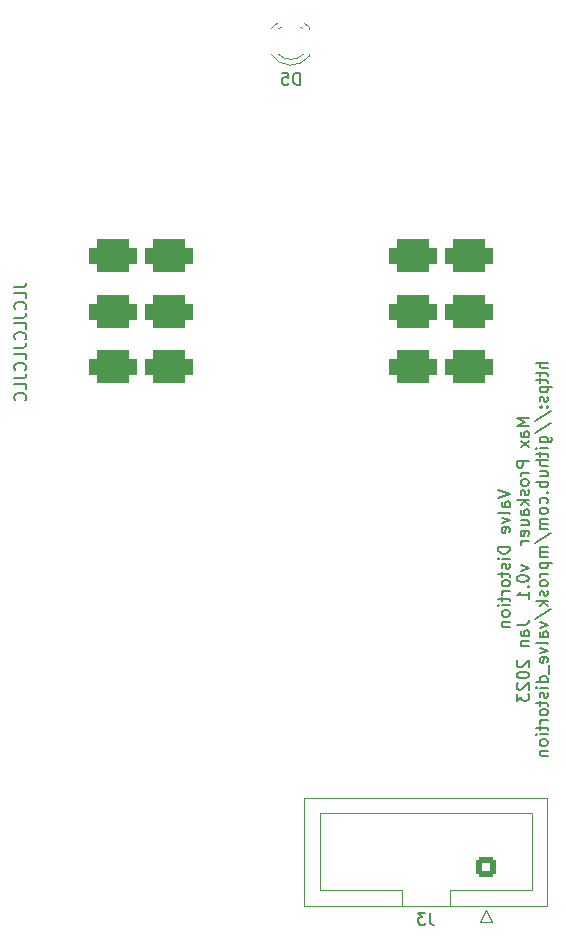
<source format=gbr>
%TF.GenerationSoftware,KiCad,Pcbnew,(6.0.5)*%
%TF.CreationDate,2023-01-21T13:22:40-05:00*%
%TF.ProjectId,valve_distortion,76616c76-655f-4646-9973-746f7274696f,rev?*%
%TF.SameCoordinates,Original*%
%TF.FileFunction,Legend,Bot*%
%TF.FilePolarity,Positive*%
%FSLAX46Y46*%
G04 Gerber Fmt 4.6, Leading zero omitted, Abs format (unit mm)*
G04 Created by KiCad (PCBNEW (6.0.5)) date 2023-01-21 13:22:40*
%MOMM*%
%LPD*%
G01*
G04 APERTURE LIST*
G04 Aperture macros list*
%AMRoundRect*
0 Rectangle with rounded corners*
0 $1 Rounding radius*
0 $2 $3 $4 $5 $6 $7 $8 $9 X,Y pos of 4 corners*
0 Add a 4 corners polygon primitive as box body*
4,1,4,$2,$3,$4,$5,$6,$7,$8,$9,$2,$3,0*
0 Add four circle primitives for the rounded corners*
1,1,$1+$1,$2,$3*
1,1,$1+$1,$4,$5*
1,1,$1+$1,$6,$7*
1,1,$1+$1,$8,$9*
0 Add four rect primitives between the rounded corners*
20,1,$1+$1,$2,$3,$4,$5,0*
20,1,$1+$1,$4,$5,$6,$7,0*
20,1,$1+$1,$6,$7,$8,$9,0*
20,1,$1+$1,$8,$9,$2,$3,0*%
G04 Aperture macros list end*
%ADD10C,0.150000*%
%ADD11C,0.120000*%
%ADD12C,1.600000*%
%ADD13C,1.700000*%
%ADD14RoundRect,0.250000X0.600000X-0.600000X0.600000X0.600000X-0.600000X0.600000X-0.600000X-0.600000X0*%
%ADD15O,1.600000X1.600000*%
%ADD16C,1.440000*%
%ADD17RoundRect,0.698500X-1.333500X-0.698500X1.333500X-0.698500X1.333500X0.698500X-1.333500X0.698500X0*%
%ADD18R,1.600000X1.600000*%
%ADD19C,1.800000*%
%ADD20R,1.800000X1.800000*%
%ADD21O,4.000000X4.000000*%
%ADD22R,1.500000X1.500000*%
%ADD23O,1.500000X1.500000*%
%ADD24R,1.500000X1.050000*%
%ADD25O,1.500000X1.050000*%
%ADD26C,3.000000*%
%ADD27O,3.500000X1.500000*%
%ADD28O,2.000000X2.500000*%
%ADD29O,2.000000X3.500000*%
%ADD30C,2.030000*%
G04 APERTURE END LIST*
D10*
X155172380Y-87400952D02*
X155886666Y-87400952D01*
X156029523Y-87353333D01*
X156124761Y-87258095D01*
X156172380Y-87115238D01*
X156172380Y-87020000D01*
X156172380Y-88353333D02*
X156172380Y-87877142D01*
X155172380Y-87877142D01*
X156077142Y-89258095D02*
X156124761Y-89210476D01*
X156172380Y-89067619D01*
X156172380Y-88972380D01*
X156124761Y-88829523D01*
X156029523Y-88734285D01*
X155934285Y-88686666D01*
X155743809Y-88639047D01*
X155600952Y-88639047D01*
X155410476Y-88686666D01*
X155315238Y-88734285D01*
X155220000Y-88829523D01*
X155172380Y-88972380D01*
X155172380Y-89067619D01*
X155220000Y-89210476D01*
X155267619Y-89258095D01*
X155172380Y-89972380D02*
X155886666Y-89972380D01*
X156029523Y-89924761D01*
X156124761Y-89829523D01*
X156172380Y-89686666D01*
X156172380Y-89591428D01*
X156172380Y-90924761D02*
X156172380Y-90448571D01*
X155172380Y-90448571D01*
X156077142Y-91829523D02*
X156124761Y-91781904D01*
X156172380Y-91639047D01*
X156172380Y-91543809D01*
X156124761Y-91400952D01*
X156029523Y-91305714D01*
X155934285Y-91258095D01*
X155743809Y-91210476D01*
X155600952Y-91210476D01*
X155410476Y-91258095D01*
X155315238Y-91305714D01*
X155220000Y-91400952D01*
X155172380Y-91543809D01*
X155172380Y-91639047D01*
X155220000Y-91781904D01*
X155267619Y-91829523D01*
X155172380Y-92543809D02*
X155886666Y-92543809D01*
X156029523Y-92496190D01*
X156124761Y-92400952D01*
X156172380Y-92258095D01*
X156172380Y-92162857D01*
X156172380Y-93496190D02*
X156172380Y-93020000D01*
X155172380Y-93020000D01*
X156077142Y-94400952D02*
X156124761Y-94353333D01*
X156172380Y-94210476D01*
X156172380Y-94115238D01*
X156124761Y-93972380D01*
X156029523Y-93877142D01*
X155934285Y-93829523D01*
X155743809Y-93781904D01*
X155600952Y-93781904D01*
X155410476Y-93829523D01*
X155315238Y-93877142D01*
X155220000Y-93972380D01*
X155172380Y-94115238D01*
X155172380Y-94210476D01*
X155220000Y-94353333D01*
X155267619Y-94400952D01*
X155172380Y-95115238D02*
X155886666Y-95115238D01*
X156029523Y-95067619D01*
X156124761Y-94972380D01*
X156172380Y-94829523D01*
X156172380Y-94734285D01*
X156172380Y-96067619D02*
X156172380Y-95591428D01*
X155172380Y-95591428D01*
X156077142Y-96972380D02*
X156124761Y-96924761D01*
X156172380Y-96781904D01*
X156172380Y-96686666D01*
X156124761Y-96543809D01*
X156029523Y-96448571D01*
X155934285Y-96400952D01*
X155743809Y-96353333D01*
X155600952Y-96353333D01*
X155410476Y-96400952D01*
X155315238Y-96448571D01*
X155220000Y-96543809D01*
X155172380Y-96686666D01*
X155172380Y-96781904D01*
X155220000Y-96924761D01*
X155267619Y-96972380D01*
X196107380Y-104577857D02*
X197107380Y-104911190D01*
X196107380Y-105244523D01*
X197107380Y-106006428D02*
X196583571Y-106006428D01*
X196488333Y-105958809D01*
X196440714Y-105863571D01*
X196440714Y-105673095D01*
X196488333Y-105577857D01*
X197059761Y-106006428D02*
X197107380Y-105911190D01*
X197107380Y-105673095D01*
X197059761Y-105577857D01*
X196964523Y-105530238D01*
X196869285Y-105530238D01*
X196774047Y-105577857D01*
X196726428Y-105673095D01*
X196726428Y-105911190D01*
X196678809Y-106006428D01*
X197107380Y-106625476D02*
X197059761Y-106530238D01*
X196964523Y-106482619D01*
X196107380Y-106482619D01*
X196440714Y-106911190D02*
X197107380Y-107149285D01*
X196440714Y-107387380D01*
X197059761Y-108149285D02*
X197107380Y-108054047D01*
X197107380Y-107863571D01*
X197059761Y-107768333D01*
X196964523Y-107720714D01*
X196583571Y-107720714D01*
X196488333Y-107768333D01*
X196440714Y-107863571D01*
X196440714Y-108054047D01*
X196488333Y-108149285D01*
X196583571Y-108196904D01*
X196678809Y-108196904D01*
X196774047Y-107720714D01*
X197107380Y-109387380D02*
X196107380Y-109387380D01*
X196107380Y-109625476D01*
X196155000Y-109768333D01*
X196250238Y-109863571D01*
X196345476Y-109911190D01*
X196535952Y-109958809D01*
X196678809Y-109958809D01*
X196869285Y-109911190D01*
X196964523Y-109863571D01*
X197059761Y-109768333D01*
X197107380Y-109625476D01*
X197107380Y-109387380D01*
X197107380Y-110387380D02*
X196440714Y-110387380D01*
X196107380Y-110387380D02*
X196155000Y-110339761D01*
X196202619Y-110387380D01*
X196155000Y-110435000D01*
X196107380Y-110387380D01*
X196202619Y-110387380D01*
X197059761Y-110815952D02*
X197107380Y-110911190D01*
X197107380Y-111101666D01*
X197059761Y-111196904D01*
X196964523Y-111244523D01*
X196916904Y-111244523D01*
X196821666Y-111196904D01*
X196774047Y-111101666D01*
X196774047Y-110958809D01*
X196726428Y-110863571D01*
X196631190Y-110815952D01*
X196583571Y-110815952D01*
X196488333Y-110863571D01*
X196440714Y-110958809D01*
X196440714Y-111101666D01*
X196488333Y-111196904D01*
X196440714Y-111530238D02*
X196440714Y-111911190D01*
X196107380Y-111673095D02*
X196964523Y-111673095D01*
X197059761Y-111720714D01*
X197107380Y-111815952D01*
X197107380Y-111911190D01*
X197107380Y-112387380D02*
X197059761Y-112292142D01*
X197012142Y-112244523D01*
X196916904Y-112196904D01*
X196631190Y-112196904D01*
X196535952Y-112244523D01*
X196488333Y-112292142D01*
X196440714Y-112387380D01*
X196440714Y-112530238D01*
X196488333Y-112625476D01*
X196535952Y-112673095D01*
X196631190Y-112720714D01*
X196916904Y-112720714D01*
X197012142Y-112673095D01*
X197059761Y-112625476D01*
X197107380Y-112530238D01*
X197107380Y-112387380D01*
X197107380Y-113149285D02*
X196440714Y-113149285D01*
X196631190Y-113149285D02*
X196535952Y-113196904D01*
X196488333Y-113244523D01*
X196440714Y-113339761D01*
X196440714Y-113435000D01*
X196440714Y-113625476D02*
X196440714Y-114006428D01*
X196107380Y-113768333D02*
X196964523Y-113768333D01*
X197059761Y-113815952D01*
X197107380Y-113911190D01*
X197107380Y-114006428D01*
X197107380Y-114339761D02*
X196440714Y-114339761D01*
X196107380Y-114339761D02*
X196155000Y-114292142D01*
X196202619Y-114339761D01*
X196155000Y-114387380D01*
X196107380Y-114339761D01*
X196202619Y-114339761D01*
X197107380Y-114958809D02*
X197059761Y-114863571D01*
X197012142Y-114815952D01*
X196916904Y-114768333D01*
X196631190Y-114768333D01*
X196535952Y-114815952D01*
X196488333Y-114863571D01*
X196440714Y-114958809D01*
X196440714Y-115101666D01*
X196488333Y-115196904D01*
X196535952Y-115244523D01*
X196631190Y-115292142D01*
X196916904Y-115292142D01*
X197012142Y-115244523D01*
X197059761Y-115196904D01*
X197107380Y-115101666D01*
X197107380Y-114958809D01*
X196440714Y-115720714D02*
X197107380Y-115720714D01*
X196535952Y-115720714D02*
X196488333Y-115768333D01*
X196440714Y-115863571D01*
X196440714Y-116006428D01*
X196488333Y-116101666D01*
X196583571Y-116149285D01*
X197107380Y-116149285D01*
X198717380Y-98482619D02*
X197717380Y-98482619D01*
X198431666Y-98815952D01*
X197717380Y-99149285D01*
X198717380Y-99149285D01*
X198717380Y-100054047D02*
X198193571Y-100054047D01*
X198098333Y-100006428D01*
X198050714Y-99911190D01*
X198050714Y-99720714D01*
X198098333Y-99625476D01*
X198669761Y-100054047D02*
X198717380Y-99958809D01*
X198717380Y-99720714D01*
X198669761Y-99625476D01*
X198574523Y-99577857D01*
X198479285Y-99577857D01*
X198384047Y-99625476D01*
X198336428Y-99720714D01*
X198336428Y-99958809D01*
X198288809Y-100054047D01*
X198717380Y-100434999D02*
X198050714Y-100958809D01*
X198050714Y-100434999D02*
X198717380Y-100958809D01*
X198717380Y-102101666D02*
X197717380Y-102101666D01*
X197717380Y-102482619D01*
X197765000Y-102577857D01*
X197812619Y-102625476D01*
X197907857Y-102673095D01*
X198050714Y-102673095D01*
X198145952Y-102625476D01*
X198193571Y-102577857D01*
X198241190Y-102482619D01*
X198241190Y-102101666D01*
X198717380Y-103101666D02*
X198050714Y-103101666D01*
X198241190Y-103101666D02*
X198145952Y-103149285D01*
X198098333Y-103196904D01*
X198050714Y-103292142D01*
X198050714Y-103387380D01*
X198717380Y-103863571D02*
X198669761Y-103768333D01*
X198622142Y-103720714D01*
X198526904Y-103673095D01*
X198241190Y-103673095D01*
X198145952Y-103720714D01*
X198098333Y-103768333D01*
X198050714Y-103863571D01*
X198050714Y-104006428D01*
X198098333Y-104101666D01*
X198145952Y-104149285D01*
X198241190Y-104196904D01*
X198526904Y-104196904D01*
X198622142Y-104149285D01*
X198669761Y-104101666D01*
X198717380Y-104006428D01*
X198717380Y-103863571D01*
X198669761Y-104577857D02*
X198717380Y-104673095D01*
X198717380Y-104863571D01*
X198669761Y-104958809D01*
X198574523Y-105006428D01*
X198526904Y-105006428D01*
X198431666Y-104958809D01*
X198384047Y-104863571D01*
X198384047Y-104720714D01*
X198336428Y-104625476D01*
X198241190Y-104577857D01*
X198193571Y-104577857D01*
X198098333Y-104625476D01*
X198050714Y-104720714D01*
X198050714Y-104863571D01*
X198098333Y-104958809D01*
X198717380Y-105434999D02*
X197717380Y-105434999D01*
X198336428Y-105530238D02*
X198717380Y-105815952D01*
X198050714Y-105815952D02*
X198431666Y-105434999D01*
X198717380Y-106673095D02*
X198193571Y-106673095D01*
X198098333Y-106625476D01*
X198050714Y-106530238D01*
X198050714Y-106339761D01*
X198098333Y-106244523D01*
X198669761Y-106673095D02*
X198717380Y-106577857D01*
X198717380Y-106339761D01*
X198669761Y-106244523D01*
X198574523Y-106196904D01*
X198479285Y-106196904D01*
X198384047Y-106244523D01*
X198336428Y-106339761D01*
X198336428Y-106577857D01*
X198288809Y-106673095D01*
X198050714Y-107577857D02*
X198717380Y-107577857D01*
X198050714Y-107149285D02*
X198574523Y-107149285D01*
X198669761Y-107196904D01*
X198717380Y-107292142D01*
X198717380Y-107434999D01*
X198669761Y-107530238D01*
X198622142Y-107577857D01*
X198669761Y-108434999D02*
X198717380Y-108339761D01*
X198717380Y-108149285D01*
X198669761Y-108054047D01*
X198574523Y-108006428D01*
X198193571Y-108006428D01*
X198098333Y-108054047D01*
X198050714Y-108149285D01*
X198050714Y-108339761D01*
X198098333Y-108434999D01*
X198193571Y-108482619D01*
X198288809Y-108482619D01*
X198384047Y-108006428D01*
X198717380Y-108911190D02*
X198050714Y-108911190D01*
X198241190Y-108911190D02*
X198145952Y-108958809D01*
X198098333Y-109006428D01*
X198050714Y-109101666D01*
X198050714Y-109196904D01*
X198050714Y-110958809D02*
X198717380Y-111196904D01*
X198050714Y-111434999D01*
X197717380Y-112006428D02*
X197717380Y-112101666D01*
X197765000Y-112196904D01*
X197812619Y-112244523D01*
X197907857Y-112292142D01*
X198098333Y-112339761D01*
X198336428Y-112339761D01*
X198526904Y-112292142D01*
X198622142Y-112244523D01*
X198669761Y-112196904D01*
X198717380Y-112101666D01*
X198717380Y-112006428D01*
X198669761Y-111911190D01*
X198622142Y-111863571D01*
X198526904Y-111815952D01*
X198336428Y-111768333D01*
X198098333Y-111768333D01*
X197907857Y-111815952D01*
X197812619Y-111863571D01*
X197765000Y-111911190D01*
X197717380Y-112006428D01*
X198622142Y-112768333D02*
X198669761Y-112815952D01*
X198717380Y-112768333D01*
X198669761Y-112720714D01*
X198622142Y-112768333D01*
X198717380Y-112768333D01*
X198717380Y-113768333D02*
X198717380Y-113196904D01*
X198717380Y-113482619D02*
X197717380Y-113482619D01*
X197860238Y-113387380D01*
X197955476Y-113292142D01*
X198003095Y-113196904D01*
X197717380Y-116006428D02*
X198431666Y-116006428D01*
X198574523Y-115958809D01*
X198669761Y-115863571D01*
X198717380Y-115720714D01*
X198717380Y-115625476D01*
X198717380Y-116911190D02*
X198193571Y-116911190D01*
X198098333Y-116863571D01*
X198050714Y-116768333D01*
X198050714Y-116577857D01*
X198098333Y-116482619D01*
X198669761Y-116911190D02*
X198717380Y-116815952D01*
X198717380Y-116577857D01*
X198669761Y-116482619D01*
X198574523Y-116434999D01*
X198479285Y-116434999D01*
X198384047Y-116482619D01*
X198336428Y-116577857D01*
X198336428Y-116815952D01*
X198288809Y-116911190D01*
X198050714Y-117387380D02*
X198717380Y-117387380D01*
X198145952Y-117387380D02*
X198098333Y-117434999D01*
X198050714Y-117530238D01*
X198050714Y-117673095D01*
X198098333Y-117768333D01*
X198193571Y-117815952D01*
X198717380Y-117815952D01*
X197812619Y-119006428D02*
X197765000Y-119054047D01*
X197717380Y-119149285D01*
X197717380Y-119387380D01*
X197765000Y-119482619D01*
X197812619Y-119530238D01*
X197907857Y-119577857D01*
X198003095Y-119577857D01*
X198145952Y-119530238D01*
X198717380Y-118958809D01*
X198717380Y-119577857D01*
X197717380Y-120196904D02*
X197717380Y-120292142D01*
X197765000Y-120387380D01*
X197812619Y-120434999D01*
X197907857Y-120482619D01*
X198098333Y-120530238D01*
X198336428Y-120530238D01*
X198526904Y-120482619D01*
X198622142Y-120434999D01*
X198669761Y-120387380D01*
X198717380Y-120292142D01*
X198717380Y-120196904D01*
X198669761Y-120101666D01*
X198622142Y-120054047D01*
X198526904Y-120006428D01*
X198336428Y-119958809D01*
X198098333Y-119958809D01*
X197907857Y-120006428D01*
X197812619Y-120054047D01*
X197765000Y-120101666D01*
X197717380Y-120196904D01*
X197812619Y-120911190D02*
X197765000Y-120958809D01*
X197717380Y-121054047D01*
X197717380Y-121292142D01*
X197765000Y-121387380D01*
X197812619Y-121434999D01*
X197907857Y-121482619D01*
X198003095Y-121482619D01*
X198145952Y-121434999D01*
X198717380Y-120863571D01*
X198717380Y-121482619D01*
X197717380Y-121815952D02*
X197717380Y-122434999D01*
X198098333Y-122101666D01*
X198098333Y-122244523D01*
X198145952Y-122339761D01*
X198193571Y-122387380D01*
X198288809Y-122434999D01*
X198526904Y-122434999D01*
X198622142Y-122387380D01*
X198669761Y-122339761D01*
X198717380Y-122244523D01*
X198717380Y-121958809D01*
X198669761Y-121863571D01*
X198622142Y-121815952D01*
X200327380Y-93792142D02*
X199327380Y-93792142D01*
X200327380Y-94220714D02*
X199803571Y-94220714D01*
X199708333Y-94173095D01*
X199660714Y-94077857D01*
X199660714Y-93935000D01*
X199708333Y-93839761D01*
X199755952Y-93792142D01*
X199660714Y-94554047D02*
X199660714Y-94935000D01*
X199327380Y-94696904D02*
X200184523Y-94696904D01*
X200279761Y-94744523D01*
X200327380Y-94839761D01*
X200327380Y-94935000D01*
X199660714Y-95125476D02*
X199660714Y-95506428D01*
X199327380Y-95268333D02*
X200184523Y-95268333D01*
X200279761Y-95315952D01*
X200327380Y-95411190D01*
X200327380Y-95506428D01*
X199660714Y-95839761D02*
X200660714Y-95839761D01*
X199708333Y-95839761D02*
X199660714Y-95935000D01*
X199660714Y-96125476D01*
X199708333Y-96220714D01*
X199755952Y-96268333D01*
X199851190Y-96315952D01*
X200136904Y-96315952D01*
X200232142Y-96268333D01*
X200279761Y-96220714D01*
X200327380Y-96125476D01*
X200327380Y-95935000D01*
X200279761Y-95839761D01*
X200279761Y-96696904D02*
X200327380Y-96792142D01*
X200327380Y-96982619D01*
X200279761Y-97077857D01*
X200184523Y-97125476D01*
X200136904Y-97125476D01*
X200041666Y-97077857D01*
X199994047Y-96982619D01*
X199994047Y-96839761D01*
X199946428Y-96744523D01*
X199851190Y-96696904D01*
X199803571Y-96696904D01*
X199708333Y-96744523D01*
X199660714Y-96839761D01*
X199660714Y-96982619D01*
X199708333Y-97077857D01*
X200232142Y-97554047D02*
X200279761Y-97601666D01*
X200327380Y-97554047D01*
X200279761Y-97506428D01*
X200232142Y-97554047D01*
X200327380Y-97554047D01*
X199708333Y-97554047D02*
X199755952Y-97601666D01*
X199803571Y-97554047D01*
X199755952Y-97506428D01*
X199708333Y-97554047D01*
X199803571Y-97554047D01*
X199279761Y-98744523D02*
X200565476Y-97887380D01*
X199279761Y-99792142D02*
X200565476Y-98935000D01*
X199660714Y-100554047D02*
X200470238Y-100554047D01*
X200565476Y-100506428D01*
X200613095Y-100458809D01*
X200660714Y-100363571D01*
X200660714Y-100220714D01*
X200613095Y-100125476D01*
X200279761Y-100554047D02*
X200327380Y-100458809D01*
X200327380Y-100268333D01*
X200279761Y-100173095D01*
X200232142Y-100125476D01*
X200136904Y-100077857D01*
X199851190Y-100077857D01*
X199755952Y-100125476D01*
X199708333Y-100173095D01*
X199660714Y-100268333D01*
X199660714Y-100458809D01*
X199708333Y-100554047D01*
X200327380Y-101030238D02*
X199660714Y-101030238D01*
X199327380Y-101030238D02*
X199375000Y-100982619D01*
X199422619Y-101030238D01*
X199375000Y-101077857D01*
X199327380Y-101030238D01*
X199422619Y-101030238D01*
X199660714Y-101363571D02*
X199660714Y-101744523D01*
X199327380Y-101506428D02*
X200184523Y-101506428D01*
X200279761Y-101554047D01*
X200327380Y-101649285D01*
X200327380Y-101744523D01*
X200327380Y-102077857D02*
X199327380Y-102077857D01*
X200327380Y-102506428D02*
X199803571Y-102506428D01*
X199708333Y-102458809D01*
X199660714Y-102363571D01*
X199660714Y-102220714D01*
X199708333Y-102125476D01*
X199755952Y-102077857D01*
X199660714Y-103411190D02*
X200327380Y-103411190D01*
X199660714Y-102982619D02*
X200184523Y-102982619D01*
X200279761Y-103030238D01*
X200327380Y-103125476D01*
X200327380Y-103268333D01*
X200279761Y-103363571D01*
X200232142Y-103411190D01*
X200327380Y-103887380D02*
X199327380Y-103887380D01*
X199708333Y-103887380D02*
X199660714Y-103982619D01*
X199660714Y-104173095D01*
X199708333Y-104268333D01*
X199755952Y-104315952D01*
X199851190Y-104363571D01*
X200136904Y-104363571D01*
X200232142Y-104315952D01*
X200279761Y-104268333D01*
X200327380Y-104173095D01*
X200327380Y-103982619D01*
X200279761Y-103887380D01*
X200232142Y-104792142D02*
X200279761Y-104839761D01*
X200327380Y-104792142D01*
X200279761Y-104744523D01*
X200232142Y-104792142D01*
X200327380Y-104792142D01*
X200279761Y-105696904D02*
X200327380Y-105601666D01*
X200327380Y-105411190D01*
X200279761Y-105315952D01*
X200232142Y-105268333D01*
X200136904Y-105220714D01*
X199851190Y-105220714D01*
X199755952Y-105268333D01*
X199708333Y-105315952D01*
X199660714Y-105411190D01*
X199660714Y-105601666D01*
X199708333Y-105696904D01*
X200327380Y-106268333D02*
X200279761Y-106173095D01*
X200232142Y-106125476D01*
X200136904Y-106077857D01*
X199851190Y-106077857D01*
X199755952Y-106125476D01*
X199708333Y-106173095D01*
X199660714Y-106268333D01*
X199660714Y-106411190D01*
X199708333Y-106506428D01*
X199755952Y-106554047D01*
X199851190Y-106601666D01*
X200136904Y-106601666D01*
X200232142Y-106554047D01*
X200279761Y-106506428D01*
X200327380Y-106411190D01*
X200327380Y-106268333D01*
X200327380Y-107030238D02*
X199660714Y-107030238D01*
X199755952Y-107030238D02*
X199708333Y-107077857D01*
X199660714Y-107173095D01*
X199660714Y-107315952D01*
X199708333Y-107411190D01*
X199803571Y-107458809D01*
X200327380Y-107458809D01*
X199803571Y-107458809D02*
X199708333Y-107506428D01*
X199660714Y-107601666D01*
X199660714Y-107744523D01*
X199708333Y-107839761D01*
X199803571Y-107887380D01*
X200327380Y-107887380D01*
X199279761Y-109077857D02*
X200565476Y-108220714D01*
X200327380Y-109411190D02*
X199660714Y-109411190D01*
X199755952Y-109411190D02*
X199708333Y-109458809D01*
X199660714Y-109554047D01*
X199660714Y-109696904D01*
X199708333Y-109792142D01*
X199803571Y-109839761D01*
X200327380Y-109839761D01*
X199803571Y-109839761D02*
X199708333Y-109887380D01*
X199660714Y-109982619D01*
X199660714Y-110125476D01*
X199708333Y-110220714D01*
X199803571Y-110268333D01*
X200327380Y-110268333D01*
X199660714Y-110744523D02*
X200660714Y-110744523D01*
X199708333Y-110744523D02*
X199660714Y-110839761D01*
X199660714Y-111030238D01*
X199708333Y-111125476D01*
X199755952Y-111173095D01*
X199851190Y-111220714D01*
X200136904Y-111220714D01*
X200232142Y-111173095D01*
X200279761Y-111125476D01*
X200327380Y-111030238D01*
X200327380Y-110839761D01*
X200279761Y-110744523D01*
X200327380Y-111649285D02*
X199660714Y-111649285D01*
X199851190Y-111649285D02*
X199755952Y-111696904D01*
X199708333Y-111744523D01*
X199660714Y-111839761D01*
X199660714Y-111935000D01*
X200327380Y-112411190D02*
X200279761Y-112315952D01*
X200232142Y-112268333D01*
X200136904Y-112220714D01*
X199851190Y-112220714D01*
X199755952Y-112268333D01*
X199708333Y-112315952D01*
X199660714Y-112411190D01*
X199660714Y-112554047D01*
X199708333Y-112649285D01*
X199755952Y-112696904D01*
X199851190Y-112744523D01*
X200136904Y-112744523D01*
X200232142Y-112696904D01*
X200279761Y-112649285D01*
X200327380Y-112554047D01*
X200327380Y-112411190D01*
X200279761Y-113125476D02*
X200327380Y-113220714D01*
X200327380Y-113411190D01*
X200279761Y-113506428D01*
X200184523Y-113554047D01*
X200136904Y-113554047D01*
X200041666Y-113506428D01*
X199994047Y-113411190D01*
X199994047Y-113268333D01*
X199946428Y-113173095D01*
X199851190Y-113125476D01*
X199803571Y-113125476D01*
X199708333Y-113173095D01*
X199660714Y-113268333D01*
X199660714Y-113411190D01*
X199708333Y-113506428D01*
X200327380Y-113982619D02*
X199327380Y-113982619D01*
X199946428Y-114077857D02*
X200327380Y-114363571D01*
X199660714Y-114363571D02*
X200041666Y-113982619D01*
X199279761Y-115506428D02*
X200565476Y-114649285D01*
X199660714Y-115744523D02*
X200327380Y-115982619D01*
X199660714Y-116220714D01*
X200327380Y-117030238D02*
X199803571Y-117030238D01*
X199708333Y-116982619D01*
X199660714Y-116887380D01*
X199660714Y-116696904D01*
X199708333Y-116601666D01*
X200279761Y-117030238D02*
X200327380Y-116935000D01*
X200327380Y-116696904D01*
X200279761Y-116601666D01*
X200184523Y-116554047D01*
X200089285Y-116554047D01*
X199994047Y-116601666D01*
X199946428Y-116696904D01*
X199946428Y-116935000D01*
X199898809Y-117030238D01*
X200327380Y-117649285D02*
X200279761Y-117554047D01*
X200184523Y-117506428D01*
X199327380Y-117506428D01*
X199660714Y-117935000D02*
X200327380Y-118173095D01*
X199660714Y-118411190D01*
X200279761Y-119173095D02*
X200327380Y-119077857D01*
X200327380Y-118887380D01*
X200279761Y-118792142D01*
X200184523Y-118744523D01*
X199803571Y-118744523D01*
X199708333Y-118792142D01*
X199660714Y-118887380D01*
X199660714Y-119077857D01*
X199708333Y-119173095D01*
X199803571Y-119220714D01*
X199898809Y-119220714D01*
X199994047Y-118744523D01*
X200422619Y-119411190D02*
X200422619Y-120173095D01*
X200327380Y-120839761D02*
X199327380Y-120839761D01*
X200279761Y-120839761D02*
X200327380Y-120744523D01*
X200327380Y-120554047D01*
X200279761Y-120458809D01*
X200232142Y-120411190D01*
X200136904Y-120363571D01*
X199851190Y-120363571D01*
X199755952Y-120411190D01*
X199708333Y-120458809D01*
X199660714Y-120554047D01*
X199660714Y-120744523D01*
X199708333Y-120839761D01*
X200327380Y-121315952D02*
X199660714Y-121315952D01*
X199327380Y-121315952D02*
X199375000Y-121268333D01*
X199422619Y-121315952D01*
X199375000Y-121363571D01*
X199327380Y-121315952D01*
X199422619Y-121315952D01*
X200279761Y-121744523D02*
X200327380Y-121839761D01*
X200327380Y-122030238D01*
X200279761Y-122125476D01*
X200184523Y-122173095D01*
X200136904Y-122173095D01*
X200041666Y-122125476D01*
X199994047Y-122030238D01*
X199994047Y-121887380D01*
X199946428Y-121792142D01*
X199851190Y-121744523D01*
X199803571Y-121744523D01*
X199708333Y-121792142D01*
X199660714Y-121887380D01*
X199660714Y-122030238D01*
X199708333Y-122125476D01*
X199660714Y-122458809D02*
X199660714Y-122839761D01*
X199327380Y-122601666D02*
X200184523Y-122601666D01*
X200279761Y-122649285D01*
X200327380Y-122744523D01*
X200327380Y-122839761D01*
X200327380Y-123315952D02*
X200279761Y-123220714D01*
X200232142Y-123173095D01*
X200136904Y-123125476D01*
X199851190Y-123125476D01*
X199755952Y-123173095D01*
X199708333Y-123220714D01*
X199660714Y-123315952D01*
X199660714Y-123458809D01*
X199708333Y-123554047D01*
X199755952Y-123601666D01*
X199851190Y-123649285D01*
X200136904Y-123649285D01*
X200232142Y-123601666D01*
X200279761Y-123554047D01*
X200327380Y-123458809D01*
X200327380Y-123315952D01*
X200327380Y-124077857D02*
X199660714Y-124077857D01*
X199851190Y-124077857D02*
X199755952Y-124125476D01*
X199708333Y-124173095D01*
X199660714Y-124268333D01*
X199660714Y-124363571D01*
X199660714Y-124554047D02*
X199660714Y-124935000D01*
X199327380Y-124696904D02*
X200184523Y-124696904D01*
X200279761Y-124744523D01*
X200327380Y-124839761D01*
X200327380Y-124935000D01*
X200327380Y-125268333D02*
X199660714Y-125268333D01*
X199327380Y-125268333D02*
X199375000Y-125220714D01*
X199422619Y-125268333D01*
X199375000Y-125315952D01*
X199327380Y-125268333D01*
X199422619Y-125268333D01*
X200327380Y-125887380D02*
X200279761Y-125792142D01*
X200232142Y-125744523D01*
X200136904Y-125696904D01*
X199851190Y-125696904D01*
X199755952Y-125744523D01*
X199708333Y-125792142D01*
X199660714Y-125887380D01*
X199660714Y-126030238D01*
X199708333Y-126125476D01*
X199755952Y-126173095D01*
X199851190Y-126220714D01*
X200136904Y-126220714D01*
X200232142Y-126173095D01*
X200279761Y-126125476D01*
X200327380Y-126030238D01*
X200327380Y-125887380D01*
X199660714Y-126649285D02*
X200327380Y-126649285D01*
X199755952Y-126649285D02*
X199708333Y-126696904D01*
X199660714Y-126792142D01*
X199660714Y-126935000D01*
X199708333Y-127030238D01*
X199803571Y-127077857D01*
X200327380Y-127077857D01*
%TO.C,J3*%
X190343333Y-140367380D02*
X190343333Y-141081666D01*
X190390952Y-141224523D01*
X190486190Y-141319761D01*
X190629047Y-141367380D01*
X190724285Y-141367380D01*
X189962380Y-140367380D02*
X189343333Y-140367380D01*
X189676666Y-140748333D01*
X189533809Y-140748333D01*
X189438571Y-140795952D01*
X189390952Y-140843571D01*
X189343333Y-140938809D01*
X189343333Y-141176904D01*
X189390952Y-141272142D01*
X189438571Y-141319761D01*
X189533809Y-141367380D01*
X189819523Y-141367380D01*
X189914761Y-141319761D01*
X189962380Y-141272142D01*
%TO.C,D5*%
X179318095Y-70247380D02*
X179318095Y-69247380D01*
X179080000Y-69247380D01*
X178937142Y-69295000D01*
X178841904Y-69390238D01*
X178794285Y-69485476D01*
X178746666Y-69675952D01*
X178746666Y-69818809D01*
X178794285Y-70009285D01*
X178841904Y-70104523D01*
X178937142Y-70199761D01*
X179080000Y-70247380D01*
X179318095Y-70247380D01*
X177841904Y-69247380D02*
X178318095Y-69247380D01*
X178365714Y-69723571D01*
X178318095Y-69675952D01*
X178222857Y-69628333D01*
X177984761Y-69628333D01*
X177889523Y-69675952D01*
X177841904Y-69723571D01*
X177794285Y-69818809D01*
X177794285Y-70056904D01*
X177841904Y-70152142D01*
X177889523Y-70199761D01*
X177984761Y-70247380D01*
X178222857Y-70247380D01*
X178318095Y-70199761D01*
X178365714Y-70152142D01*
D11*
%TO.C,J3*%
X199000000Y-138450000D02*
X199000000Y-131950000D01*
X200300000Y-139760000D02*
X200300000Y-130640000D01*
X192060000Y-139760000D02*
X192060000Y-138450000D01*
X192060000Y-138450000D02*
X199000000Y-138450000D01*
X187960000Y-138450000D02*
X187960000Y-138450000D01*
X200300000Y-130640000D02*
X179720000Y-130640000D01*
X179720000Y-130640000D02*
X179720000Y-139760000D01*
X195090000Y-140150000D02*
X195590000Y-141150000D01*
X179720000Y-139760000D02*
X200300000Y-139760000D01*
X195590000Y-141150000D02*
X194590000Y-141150000D01*
X181020000Y-131950000D02*
X181020000Y-138450000D01*
X181020000Y-138450000D02*
X187960000Y-138450000D01*
X187960000Y-138450000D02*
X187960000Y-139760000D01*
X199000000Y-131950000D02*
X181020000Y-131950000D01*
X194590000Y-141150000D02*
X195090000Y-140150000D01*
%TO.C,D5*%
X180140000Y-67700000D02*
X180140000Y-67856000D01*
X180140000Y-65384000D02*
X180140000Y-65540000D01*
X180140000Y-65384484D02*
G75*
G03*
X176907665Y-65541392I-1560000J-1235516D01*
G01*
X176907665Y-67698608D02*
G75*
G03*
X180140000Y-67855516I1672335J1078608D01*
G01*
X179620961Y-65540000D02*
G75*
G03*
X177538870Y-65540163I-1040961J-1080000D01*
G01*
X177538870Y-67699837D02*
G75*
G03*
X179620961Y-67700000I1041130J1079837D01*
G01*
%TD*%
%LPC*%
D12*
%TO.C,C13*%
X169690000Y-117380000D03*
X169690000Y-114880000D03*
%TD*%
%TO.C,C11*%
X168430000Y-69160000D03*
X168430000Y-71660000D03*
%TD*%
%TO.C,C9*%
X191280000Y-66620000D03*
X193780000Y-66620000D03*
%TD*%
%TO.C,C8*%
X191280000Y-64080000D03*
X193780000Y-64080000D03*
%TD*%
%TO.C,C7*%
X191200000Y-61540000D03*
X191200000Y-59040000D03*
%TD*%
%TO.C,C6*%
X170960000Y-74240000D03*
X170960000Y-76740000D03*
%TD*%
%TO.C,C5*%
X172230000Y-51380000D03*
X169730000Y-51380000D03*
%TD*%
%TO.C,C4*%
X168420000Y-56460000D03*
X165920000Y-56460000D03*
%TD*%
%TO.C,C3*%
X167150000Y-59000000D03*
X164650000Y-59000000D03*
%TD*%
D13*
%TO.C,J3*%
X184930000Y-133930000D03*
X184930000Y-136470000D03*
X187470000Y-133930000D03*
X187470000Y-136470000D03*
X190010000Y-133930000D03*
X190010000Y-136470000D03*
X192550000Y-133930000D03*
X192550000Y-136470000D03*
X195090000Y-133930000D03*
D14*
X195090000Y-136470000D03*
%TD*%
D12*
%TO.C,R15*%
X172230000Y-104720000D03*
D15*
X172230000Y-114880000D03*
%TD*%
D16*
%TO.C,RV3*%
X190010000Y-104720000D03*
X190010000Y-102180000D03*
X190010000Y-99640000D03*
%TD*%
D17*
%TO.C,SW2*%
X188930500Y-84781000D03*
X188930500Y-89480000D03*
X188930500Y-94179000D03*
X193629500Y-84781000D03*
X193629500Y-89480000D03*
X193629500Y-94179000D03*
%TD*%
%TO.C,SW1*%
X163530500Y-84781000D03*
X163530500Y-89480000D03*
X163530500Y-94179000D03*
X168229500Y-84781000D03*
X168229500Y-89480000D03*
X168229500Y-94179000D03*
%TD*%
D18*
%TO.C,U1*%
X158270000Y-66630000D03*
D15*
X158270000Y-69170000D03*
X158270000Y-71710000D03*
X158270000Y-74250000D03*
X165890000Y-74250000D03*
X165890000Y-71710000D03*
X165890000Y-69170000D03*
X165890000Y-66630000D03*
%TD*%
D19*
%TO.C,RV2*%
X176080000Y-112460000D03*
X178580000Y-112460000D03*
D20*
X181080000Y-112460000D03*
D21*
X173830000Y-119960000D03*
X183330000Y-119960000D03*
%TD*%
D12*
%TO.C,R16*%
X165880000Y-132660000D03*
D15*
X165880000Y-142820000D03*
%TD*%
D12*
%TO.C,R3*%
X155720000Y-69160000D03*
D15*
X155720000Y-59000000D03*
%TD*%
D20*
%TO.C,D6*%
X177310000Y-89480000D03*
D19*
X179850000Y-89480000D03*
%TD*%
D18*
%TO.C,U3*%
X174770000Y-94560000D03*
D15*
X174770000Y-97100000D03*
X174770000Y-99640000D03*
X174770000Y-102180000D03*
X174770000Y-104720000D03*
X174770000Y-107260000D03*
X174770000Y-109800000D03*
X182390000Y-109800000D03*
X182390000Y-107260000D03*
X182390000Y-104720000D03*
X182390000Y-102180000D03*
X182390000Y-99640000D03*
X182390000Y-97100000D03*
X182390000Y-94560000D03*
%TD*%
D22*
%TO.C,D4*%
X165880000Y-122500000D03*
D23*
X165880000Y-130120000D03*
%TD*%
D12*
%TO.C,C20*%
X172230000Y-102140000D03*
X172230000Y-99640000D03*
%TD*%
%TO.C,R9*%
X168430000Y-76780000D03*
D15*
X158270000Y-76780000D03*
%TD*%
D12*
%TO.C,R8*%
X198900000Y-69160000D03*
D15*
X188740000Y-69160000D03*
%TD*%
D12*
%TO.C,R1*%
X158260000Y-142820000D03*
D15*
X158260000Y-132660000D03*
%TD*%
D12*
%TO.C,C1*%
X160800000Y-132660000D03*
X160800000Y-137660000D03*
%TD*%
%TO.C,R19*%
X183660000Y-79320000D03*
D15*
X183660000Y-89480000D03*
%TD*%
D22*
%TO.C,D2*%
X158260000Y-122495000D03*
D23*
X158260000Y-130115000D03*
%TD*%
D12*
%TO.C,R20*%
X176040000Y-85670000D03*
D15*
X176040000Y-75510000D03*
%TD*%
D18*
%TO.C,C16*%
X186200000Y-128850000D03*
D12*
X188700000Y-128850000D03*
%TD*%
%TO.C,R13*%
X167150000Y-97100000D03*
D15*
X167150000Y-107260000D03*
%TD*%
D24*
%TO.C,Q1*%
X179850000Y-80590000D03*
D25*
X179850000Y-79320000D03*
X179850000Y-78050000D03*
%TD*%
D26*
%TO.C,H1*%
X178580000Y-64080000D03*
%TD*%
D12*
%TO.C,R17*%
X168420000Y-132660000D03*
D15*
X168420000Y-142820000D03*
%TD*%
D18*
%TO.C,C10*%
X186200000Y-74280000D03*
D12*
X186200000Y-76780000D03*
%TD*%
%TO.C,R5*%
X182390000Y-144090000D03*
D15*
X182390000Y-154250000D03*
%TD*%
D12*
%TO.C,C17*%
X155730000Y-71740000D03*
X155730000Y-74240000D03*
%TD*%
D27*
%TO.C,J1*%
X159530000Y-153740000D03*
X159530000Y-145640000D03*
D28*
X164230000Y-151040000D03*
D29*
X154830000Y-151040000D03*
%TD*%
D12*
%TO.C,R6*%
X184930000Y-51380000D03*
D15*
X174770000Y-51380000D03*
%TD*%
D21*
%TO.C,RV1*%
X196030000Y-150440000D03*
X186530000Y-150440000D03*
D20*
X193780000Y-142940000D03*
D19*
X191280000Y-142940000D03*
X188780000Y-142940000D03*
%TD*%
D12*
%TO.C,R11*%
X163340000Y-97100000D03*
D15*
X163340000Y-107260000D03*
%TD*%
D12*
%TO.C,C19*%
X184930000Y-99680000D03*
X184930000Y-102180000D03*
%TD*%
D27*
%TO.C,J2*%
X172230000Y-153740000D03*
X172230000Y-145640000D03*
D29*
X167530000Y-151040000D03*
D28*
X176930000Y-151040000D03*
%TD*%
D12*
%TO.C,R2*%
X155720000Y-132660000D03*
D15*
X155720000Y-142820000D03*
%TD*%
D18*
%TO.C,C12*%
X168420000Y-112340000D03*
D12*
X168420000Y-109840000D03*
%TD*%
D18*
%TO.C,C15*%
X192590000Y-128850000D03*
D12*
X195090000Y-128850000D03*
%TD*%
%TO.C,R18*%
X173500000Y-85670000D03*
D15*
X173500000Y-75510000D03*
%TD*%
D22*
%TO.C,D1*%
X155720000Y-130120000D03*
D23*
X155720000Y-122500000D03*
%TD*%
D15*
%TO.C,R4*%
X160800000Y-53920000D03*
D12*
X170960000Y-53920000D03*
%TD*%
%TO.C,R12*%
X168430000Y-79320000D03*
D15*
X158270000Y-79320000D03*
%TD*%
D12*
%TO.C,C18*%
X165880000Y-64080000D03*
X163380000Y-64080000D03*
%TD*%
D18*
%TO.C,C14*%
X170960000Y-130120000D03*
D12*
X173460000Y-130120000D03*
%TD*%
D18*
%TO.C,C2*%
X160800000Y-130120000D03*
D12*
X163300000Y-130120000D03*
%TD*%
%TO.C,R10*%
X158260000Y-84400000D03*
D15*
X158260000Y-94560000D03*
%TD*%
D12*
%TO.C,R14*%
X169690000Y-97100000D03*
D15*
X169690000Y-107260000D03*
%TD*%
D12*
%TO.C,R7*%
X193820000Y-61540000D03*
D15*
X193820000Y-51380000D03*
%TD*%
D22*
%TO.C,D3*%
X168420000Y-130120000D03*
D23*
X168420000Y-122500000D03*
%TD*%
D30*
%TO.C,U2*%
X182030000Y-68830000D03*
X184180000Y-65900000D03*
X184180000Y-62250000D03*
X182030000Y-59320000D03*
X178580000Y-58180000D03*
X175120000Y-59320000D03*
X172970000Y-62250000D03*
X172970000Y-65860000D03*
X175120000Y-68830000D03*
%TD*%
D20*
%TO.C,D5*%
X179850000Y-66620000D03*
D19*
X177310000Y-66620000D03*
%TD*%
M02*

</source>
